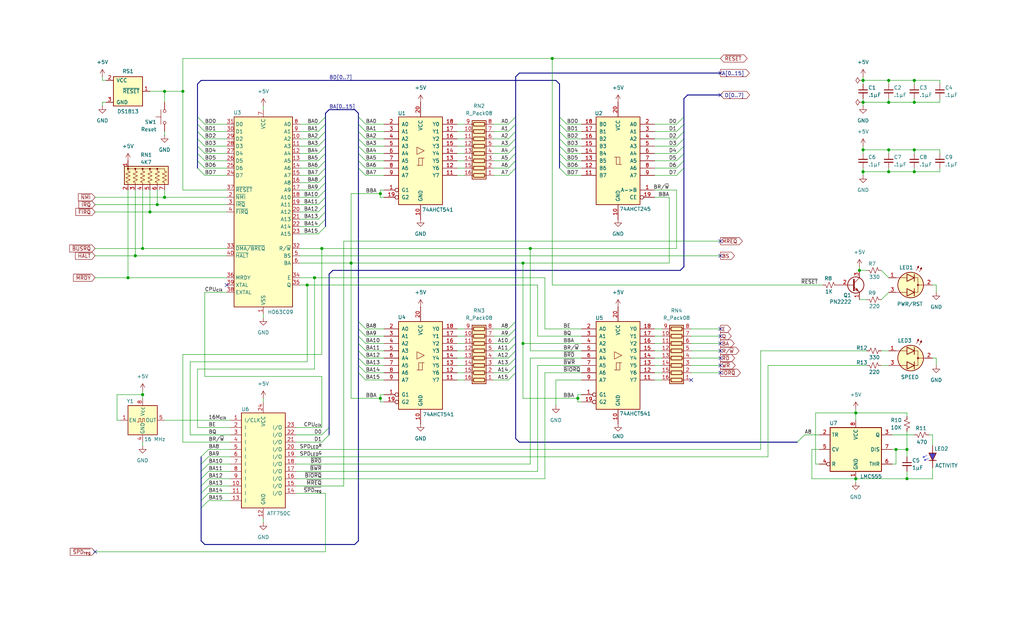
<source format=kicad_sch>
(kicad_sch (version 20231120) (generator "eeschema") (generator_version "8.0")
  (paper "USLegal")
  (title_block (title "CPU, clock, reset, and buffers") (date "2025-03-01") (rev "2.0") (company "Frédéric \"MicroHobbyist\" Segard") (comment 1 "https://microhobbyist.com/"))
  (junction (at 46.99 88.9))
  (junction (at 297.18 166.37))
  (junction (at 314.96 156.21))
  (junction (at 106.68 99.06))
  (junction (at 49.53 137.16))
  (junction (at 314.96 166.37))
  (junction (at 132.08 138.43))
  (junction (at 111.76 86.36))
  (junction (at 298.45 93.98))
  (junction (at 49.53 86.36))
  (junction (at 299.72 59.69))
  (junction (at 299.72 52.07))
  (junction (at 121.92 91.44))
  (junction (at 52.07 73.66))
  (junction (at 181.61 91.44))
  (junction (at 308.61 59.69))
  (junction (at 317.5 35.56))
  (junction (at 311.15 156.21))
  (junction (at 200.66 138.43))
  (junction (at 299.72 27.94))
  (junction (at 308.61 35.56))
  (junction (at 109.22 96.52))
  (junction (at 308.61 27.94))
  (junction (at 63.5 31.75))
  (junction (at 317.5 27.94))
  (junction (at 57.15 68.58))
  (junction (at 54.61 71.12))
  (junction (at 297.18 143.51))
  (junction (at 317.5 52.07))
  (junction (at 191.77 20.32))
  (junction (at 44.45 96.52))
  (junction (at 57.15 31.75))
  (junction (at 132.08 67.31))
  (junction (at 299.72 35.56))
  (junction (at 308.61 52.07))
  (junction (at 181.61 119.38))
  (junction (at 317.5 59.69))
  (junction (at 184.15 86.36))
  (no_connect (at 250.19 124.46))
  (no_connect (at 78.74 99.06))
  (no_connect (at 33.02 191.77))
  (no_connect (at 250.19 83.82))
  (no_connect (at 250.19 119.38))
  (no_connect (at 250.19 25.4))
  (no_connect (at 240.03 132.08))
  (no_connect (at 250.19 88.9))
  (no_connect (at 250.19 114.3))
  (no_connect (at 250.19 127))
  (no_connect (at 250.19 129.54))
  (no_connect (at 250.19 116.84))
  (no_connect (at 250.19 33.02))
  (no_connect (at 250.19 121.92))
  (bus_entry (at 69.85 163.83) (size 2.54 -2.54))
  (bus_entry (at 111.76 151.13) (size 2.54 -2.54))
  (bus_entry (at 127 127) (size -2.54 -2.54))
  (bus_entry (at 68.58 43.18) (size 2.54 2.54))
  (bus_entry (at 176.53 50.8) (size 2.54 -2.54))
  (bus_entry (at 194.31 48.26) (size 2.54 2.54))
  (bus_entry (at 127 45.72) (size -2.54 -2.54))
  (bus_entry (at 176.53 121.92) (size 2.54 -2.54))
  (bus_entry (at 69.85 171.45) (size 2.54 -2.54))
  (bus_entry (at 176.53 43.18) (size 2.54 -2.54))
  (bus_entry (at 176.53 127) (size 2.54 -2.54))
  (bus_entry (at 127 119.38) (size -2.54 -2.54))
  (bus_entry (at 127 121.92) (size -2.54 -2.54))
  (bus_entry (at 110.49 50.8) (size 2.54 -2.54))
  (bus_entry (at 69.85 161.29) (size 2.54 -2.54))
  (bus_entry (at 68.58 50.8) (size 2.54 2.54))
  (bus_entry (at 194.31 40.64) (size 2.54 2.54))
  (bus_entry (at 110.49 48.26) (size 2.54 -2.54))
  (bus_entry (at 68.58 58.42) (size 2.54 2.54))
  (bus_entry (at 68.58 48.26) (size 2.54 2.54))
  (bus_entry (at 110.49 45.72) (size 2.54 -2.54))
  (bus_entry (at 176.53 48.26) (size 2.54 -2.54))
  (bus_entry (at 127 53.34) (size -2.54 -2.54))
  (bus_entry (at 110.49 76.2) (size 2.54 -2.54))
  (bus_entry (at 176.53 60.96) (size 2.54 -2.54))
  (bus_entry (at 69.85 168.91) (size 2.54 -2.54))
  (bus_entry (at 194.31 43.18) (size 2.54 2.54))
  (bus_entry (at 127 114.3) (size -2.54 -2.54))
  (bus_entry (at 194.31 55.88) (size 2.54 2.54))
  (bus_entry (at 110.49 71.12) (size 2.54 -2.54))
  (bus_entry (at 176.53 55.88) (size 2.54 -2.54))
  (bus_entry (at 194.31 53.34) (size 2.54 2.54))
  (bus_entry (at 127 60.96) (size -2.54 -2.54))
  (bus_entry (at 176.53 124.46) (size 2.54 -2.54))
  (bus_entry (at 176.53 132.08) (size 2.54 -2.54))
  (bus_entry (at 110.49 78.74) (size 2.54 -2.54))
  (bus_entry (at 68.58 45.72) (size 2.54 2.54))
  (bus_entry (at 127 132.08) (size -2.54 -2.54))
  (bus_entry (at 276.86 153.67) (size 2.54 -2.54))
  (bus_entry (at 237.49 53.34) (size -2.54 2.54))
  (bus_entry (at 69.85 176.53) (size 2.54 -2.54))
  (bus_entry (at 68.58 40.64) (size 2.54 2.54))
  (bus_entry (at 127 43.18) (size -2.54 -2.54))
  (bus_entry (at 69.85 173.99) (size 2.54 -2.54))
  (bus_entry (at 69.85 158.75) (size 2.54 -2.54))
  (bus_entry (at 176.53 119.38) (size 2.54 -2.54))
  (bus_entry (at 110.49 66.04) (size 2.54 -2.54))
  (bus_entry (at 127 50.8) (size -2.54 -2.54))
  (bus_entry (at 110.49 58.42) (size 2.54 -2.54))
  (bus_entry (at 237.49 55.88) (size -2.54 2.54))
  (bus_entry (at 110.49 81.28) (size 2.54 -2.54))
  (bus_entry (at 68.58 55.88) (size 2.54 2.54))
  (bus_entry (at 176.53 114.3) (size 2.54 -2.54))
  (bus_entry (at 110.49 60.96) (size 2.54 -2.54))
  (bus_entry (at 127 55.88) (size -2.54 -2.54))
  (bus_entry (at 127 129.54) (size -2.54 -2.54))
  (bus_entry (at 127 58.42) (size -2.54 -2.54))
  (bus_entry (at 110.49 73.66) (size 2.54 -2.54))
  (bus_entry (at 110.49 53.34) (size 2.54 -2.54))
  (bus_entry (at 237.49 40.64) (size -2.54 2.54))
  (bus_entry (at 176.53 116.84) (size 2.54 -2.54))
  (bus_entry (at 176.53 53.34) (size 2.54 -2.54))
  (bus_entry (at 176.53 58.42) (size 2.54 -2.54))
  (bus_entry (at 176.53 45.72) (size 2.54 -2.54))
  (bus_entry (at 237.49 48.26) (size -2.54 2.54))
  (bus_entry (at 68.58 53.34) (size 2.54 2.54))
  (bus_entry (at 110.49 55.88) (size 2.54 -2.54))
  (bus_entry (at 110.49 43.18) (size 2.54 -2.54))
  (bus_entry (at 237.49 45.72) (size -2.54 2.54))
  (bus_entry (at 127 124.46) (size -2.54 -2.54))
  (bus_entry (at 194.31 45.72) (size 2.54 2.54))
  (bus_entry (at 237.49 58.42) (size -2.54 2.54))
  (bus_entry (at 69.85 166.37) (size 2.54 -2.54))
  (bus_entry (at 237.49 43.18) (size -2.54 2.54))
  (bus_entry (at 111.76 153.67) (size 2.54 -2.54))
  (bus_entry (at 194.31 58.42) (size 2.54 2.54))
  (bus_entry (at 127 48.26) (size -2.54 -2.54))
  (bus_entry (at 194.31 50.8) (size 2.54 2.54))
  (bus_entry (at 110.49 68.58) (size 2.54 -2.54))
  (bus_entry (at 127 116.84) (size -2.54 -2.54))
  (bus_entry (at 237.49 50.8) (size -2.54 2.54))
  (bus_entry (at 176.53 129.54) (size 2.54 -2.54))
  (bus_entry (at 110.49 63.5) (size 2.54 -2.54))
  (wire (pts (xy 33.02 73.66) (xy 52.07 73.66)))
  (wire (pts (xy 133.35 132.08) (xy 127 132.08)))
  (wire (pts (xy 102.87 156.21) (xy 264.16 156.21)))
  (wire (pts (xy 33.02 68.58) (xy 57.15 68.58)))
  (bus (pts (xy 113.03 48.26) (xy 113.03 45.72)))
  (wire (pts (xy 281.94 166.37) (xy 297.18 166.37)))
  (wire (pts (xy 299.72 59.69) (xy 308.61 59.69)))
  (bus (pts (xy 124.46 39.37) (xy 123.19 38.1)))
  (bus (pts (xy 113.03 45.72) (xy 113.03 43.18)))
  (bus (pts (xy 124.46 48.26) (xy 124.46 45.72)))
  (bus (pts (xy 179.07 53.34) (xy 179.07 55.88)))
  (wire (pts (xy 227.33 119.38) (xy 229.87 119.38)))
  (wire (pts (xy 299.72 52.07) (xy 308.61 52.07)))
  (wire (pts (xy 240.03 127) (xy 250.19 127)))
  (wire (pts (xy 317.5 35.56) (xy 326.39 35.56)))
  (wire (pts (xy 299.72 26.67) (xy 299.72 27.94)))
  (wire (pts (xy 283.21 161.29) (xy 284.48 161.29)))
  (wire (pts (xy 132.08 66.04) (xy 133.35 66.04)))
  (wire (pts (xy 49.53 137.16) (xy 49.53 138.43)))
  (wire (pts (xy 40.64 146.05) (xy 41.91 146.05)))
  (bus (pts (xy 69.85 176.53) (xy 69.85 187.96)))
  (wire (pts (xy 171.45 116.84) (xy 176.53 116.84)))
  (wire (pts (xy 102.87 161.29) (xy 184.15 161.29)))
  (wire (pts (xy 66.04 125.73) (xy 106.68 125.73)))
  (bus (pts (xy 237.49 43.18) (xy 237.49 45.72)))
  (wire (pts (xy 71.12 43.18) (xy 78.74 43.18)))
  (wire (pts (xy 72.39 166.37) (xy 80.01 166.37)))
  (wire (pts (xy 158.75 48.26) (xy 161.29 48.26)))
  (wire (pts (xy 309.88 151.13) (xy 317.5 151.13)))
  (wire (pts (xy 102.87 168.91) (xy 119.38 168.91)))
  (wire (pts (xy 72.39 161.29) (xy 80.01 161.29)))
  (wire (pts (xy 133.35 116.84) (xy 127 116.84)))
  (wire (pts (xy 227.33 129.54) (xy 229.87 129.54)))
  (bus (pts (xy 68.58 40.64) (xy 68.58 29.21)))
  (wire (pts (xy 121.92 67.31) (xy 121.92 91.44)))
  (wire (pts (xy 323.85 124.46) (xy 325.12 124.46)))
  (wire (pts (xy 158.75 121.92) (xy 161.29 121.92)))
  (wire (pts (xy 283.21 143.51) (xy 297.18 143.51)))
  (bus (pts (xy 113.03 78.74) (xy 113.03 76.2)))
  (wire (pts (xy 227.33 121.92) (xy 229.87 121.92)))
  (wire (pts (xy 171.45 114.3) (xy 176.53 114.3)))
  (wire (pts (xy 299.72 27.94) (xy 308.61 27.94)))
  (bus (pts (xy 180.34 153.67) (xy 276.86 153.67)))
  (wire (pts (xy 297.18 143.51) (xy 314.96 143.51)))
  (wire (pts (xy 102.87 153.67) (xy 111.76 153.67)))
  (wire (pts (xy 71.12 50.8) (xy 78.74 50.8)))
  (bus (pts (xy 113.03 68.58) (xy 113.03 66.04)))
  (wire (pts (xy 200.66 137.16) (xy 201.93 137.16)))
  (bus (pts (xy 124.46 116.84) (xy 124.46 114.3)))
  (bus (pts (xy 69.85 166.37) (xy 69.85 168.91)))
  (bus (pts (xy 113.03 76.2) (xy 113.03 73.66)))
  (wire (pts (xy 33.02 71.12) (xy 54.61 71.12)))
  (wire (pts (xy 308.61 27.94) (xy 308.61 29.21)))
  (wire (pts (xy 132.08 137.16) (xy 132.08 138.43)))
  (wire (pts (xy 104.14 76.2) (xy 110.49 76.2)))
  (wire (pts (xy 240.03 114.3) (xy 250.19 114.3)))
  (wire (pts (xy 264.16 121.92) (xy 264.16 156.21)))
  (wire (pts (xy 71.12 48.26) (xy 78.74 48.26)))
  (bus (pts (xy 194.31 48.26) (xy 194.31 45.72)))
  (wire (pts (xy 184.15 86.36) (xy 234.95 86.36)))
  (wire (pts (xy 44.45 66.04) (xy 44.45 96.52)))
  (wire (pts (xy 299.72 34.29) (xy 299.72 35.56)))
  (wire (pts (xy 121.92 138.43) (xy 132.08 138.43)))
  (wire (pts (xy 326.39 34.29) (xy 326.39 35.56)))
  (bus (pts (xy 180.34 153.67) (xy 179.07 152.4)))
  (wire (pts (xy 227.33 58.42) (xy 234.95 58.42)))
  (wire (pts (xy 186.69 99.06) (xy 186.69 116.84)))
  (wire (pts (xy 133.35 60.96) (xy 127 60.96)))
  (bus (pts (xy 124.46 58.42) (xy 124.46 55.88)))
  (wire (pts (xy 104.14 58.42) (xy 110.49 58.42)))
  (wire (pts (xy 35.56 26.67) (xy 35.56 27.94)))
  (bus (pts (xy 113.03 39.37) (xy 114.3 38.1)))
  (wire (pts (xy 71.12 60.96) (xy 78.74 60.96)))
  (bus (pts (xy 124.46 53.34) (xy 124.46 50.8)))
  (bus (pts (xy 194.31 58.42) (xy 194.31 55.88)))
  (bus (pts (xy 68.58 48.26) (xy 68.58 45.72)))
  (bus (pts (xy 179.07 111.76) (xy 179.07 114.3)))
  (wire (pts (xy 326.39 27.94) (xy 326.39 29.21)))
  (wire (pts (xy 308.61 52.07) (xy 308.61 53.34)))
  (wire (pts (xy 104.14 50.8) (xy 110.49 50.8)))
  (wire (pts (xy 227.33 66.04) (xy 234.95 66.04)))
  (wire (pts (xy 171.45 127) (xy 176.53 127)))
  (wire (pts (xy 102.87 151.13) (xy 111.76 151.13)))
  (wire (pts (xy 227.33 124.46) (xy 229.87 124.46)))
  (wire (pts (xy 72.39 168.91) (xy 80.01 168.91)))
  (bus (pts (xy 194.31 50.8) (xy 194.31 48.26)))
  (bus (pts (xy 237.49 48.26) (xy 237.49 50.8)))
  (wire (pts (xy 133.35 53.34) (xy 127 53.34)))
  (bus (pts (xy 237.49 53.34) (xy 237.49 55.88)))
  (wire (pts (xy 317.5 59.69) (xy 326.39 59.69)))
  (wire (pts (xy 196.85 43.18) (xy 201.93 43.18)))
  (wire (pts (xy 102.87 158.75) (xy 266.7 158.75)))
  (wire (pts (xy 184.15 86.36) (xy 184.15 121.92)))
  (bus (pts (xy 124.46 129.54) (xy 124.46 187.96)))
  (bus (pts (xy 69.85 27.94) (xy 193.04 27.94)))
  (wire (pts (xy 119.38 83.82) (xy 250.19 83.82)))
  (bus (pts (xy 124.46 45.72) (xy 124.46 43.18)))
  (wire (pts (xy 158.75 58.42) (xy 161.29 58.42)))
  (wire (pts (xy 132.08 66.04) (xy 132.08 67.31)))
  (wire (pts (xy 240.03 124.46) (xy 250.19 124.46)))
  (wire (pts (xy 193.04 132.08) (xy 193.04 140.97)))
  (wire (pts (xy 227.33 48.26) (xy 234.95 48.26)))
  (wire (pts (xy 40.64 137.16) (xy 49.53 137.16)))
  (wire (pts (xy 189.23 114.3) (xy 201.93 114.3)))
  (bus (pts (xy 194.31 29.21) (xy 193.04 27.94)))
  (wire (pts (xy 196.85 45.72) (xy 201.93 45.72)))
  (wire (pts (xy 104.14 43.18) (xy 110.49 43.18)))
  (wire (pts (xy 71.12 55.88) (xy 78.74 55.88)))
  (wire (pts (xy 299.72 59.69) (xy 299.72 60.96)))
  (bus (pts (xy 194.31 43.18) (xy 194.31 40.64)))
  (wire (pts (xy 57.15 45.72) (xy 57.15 46.99)))
  (wire (pts (xy 35.56 35.56) (xy 35.56 36.83)))
  (wire (pts (xy 186.69 127) (xy 186.69 163.83)))
  (bus (pts (xy 68.58 53.34) (xy 68.58 50.8)))
  (wire (pts (xy 133.35 129.54) (xy 127 129.54)))
  (bus (pts (xy 179.07 48.26) (xy 179.07 50.8)))
  (bus (pts (xy 124.46 121.92) (xy 124.46 119.38)))
  (bus (pts (xy 124.46 39.37) (xy 124.46 40.64)))
  (wire (pts (xy 306.07 121.92) (xy 308.61 121.92)))
  (wire (pts (xy 68.58 128.27) (xy 68.58 148.59)))
  (bus (pts (xy 236.22 93.98) (xy 115.57 93.98)))
  (wire (pts (xy 309.88 161.29) (xy 311.15 161.29)))
  (wire (pts (xy 189.23 96.52) (xy 189.23 114.3)))
  (wire (pts (xy 186.69 116.84) (xy 201.93 116.84)))
  (wire (pts (xy 308.61 101.6) (xy 306.07 104.14)))
  (wire (pts (xy 200.66 138.43) (xy 200.66 139.7)))
  (wire (pts (xy 181.61 91.44) (xy 232.41 91.44)))
  (wire (pts (xy 102.87 148.59) (xy 111.76 148.59)))
  (wire (pts (xy 49.53 66.04) (xy 49.53 86.36)))
  (wire (pts (xy 158.75 43.18) (xy 161.29 43.18)))
  (wire (pts (xy 308.61 27.94) (xy 317.5 27.94)))
  (wire (pts (xy 171.45 50.8) (xy 176.53 50.8)))
  (wire (pts (xy 308.61 58.42) (xy 308.61 59.69)))
  (bus (pts (xy 179.07 124.46) (xy 179.07 127)))
  (bus (pts (xy 68.58 58.42) (xy 68.58 55.88)))
  (wire (pts (xy 314.96 166.37) (xy 323.85 166.37)))
  (bus (pts (xy 113.03 60.96) (xy 113.03 58.42)))
  (bus (pts (xy 179.07 129.54) (xy 179.07 152.4)))
  (wire (pts (xy 196.85 58.42) (xy 201.93 58.42)))
  (wire (pts (xy 227.33 116.84) (xy 229.87 116.84)))
  (bus (pts (xy 179.07 121.92) (xy 179.07 124.46)))
  (wire (pts (xy 35.56 35.56) (xy 36.83 35.56)))
  (wire (pts (xy 33.02 191.77) (xy 113.03 191.77)))
  (wire (pts (xy 193.04 132.08) (xy 201.93 132.08)))
  (wire (pts (xy 132.08 139.7) (xy 133.35 139.7)))
  (wire (pts (xy 196.85 55.88) (xy 201.93 55.88)))
  (wire (pts (xy 196.85 53.34) (xy 201.93 53.34)))
  (wire (pts (xy 181.61 119.38) (xy 201.93 119.38)))
  (wire (pts (xy 133.35 124.46) (xy 127 124.46)))
  (wire (pts (xy 109.22 96.52) (xy 109.22 128.27)))
  (wire (pts (xy 91.44 110.49) (xy 91.44 109.22)))
  (wire (pts (xy 44.45 96.52) (xy 78.74 96.52)))
  (wire (pts (xy 299.72 27.94) (xy 299.72 29.21)))
  (wire (pts (xy 171.45 119.38) (xy 176.53 119.38)))
  (wire (pts (xy 91.44 138.43) (xy 91.44 139.7)))
  (wire (pts (xy 63.5 31.75) (xy 63.5 66.04)))
  (wire (pts (xy 102.87 171.45) (xy 113.03 171.45)))
  (wire (pts (xy 33.02 96.52) (xy 44.45 96.52)))
  (wire (pts (xy 171.45 60.96) (xy 176.53 60.96)))
  (wire (pts (xy 171.45 124.46) (xy 176.53 124.46)))
  (wire (pts (xy 72.39 173.99) (xy 80.01 173.99)))
  (wire (pts (xy 104.14 53.34) (xy 110.49 53.34)))
  (bus (pts (xy 115.57 93.98) (xy 114.3 95.25)))
  (bus (pts (xy 113.03 50.8) (xy 113.03 48.26)))
  (wire (pts (xy 91.44 181.61) (xy 91.44 180.34)))
  (wire (pts (xy 306.07 127) (xy 308.61 127)))
  (wire (pts (xy 158.75 60.96) (xy 161.29 60.96)))
  (wire (pts (xy 191.77 20.32) (xy 191.77 99.06)))
  (wire (pts (xy 71.12 130.81) (xy 111.76 130.81)))
  (wire (pts (xy 227.33 55.88) (xy 234.95 55.88)))
  (wire (pts (xy 104.14 88.9) (xy 250.19 88.9)))
  (wire (pts (xy 68.58 148.59) (xy 80.01 148.59)))
  (bus (pts (xy 69.85 168.91) (xy 69.85 171.45)))
  (wire (pts (xy 71.12 58.42) (xy 78.74 58.42)))
  (wire (pts (xy 264.16 121.92) (xy 300.99 121.92)))
  (wire (pts (xy 283.21 143.51) (xy 283.21 161.29)))
  (wire (pts (xy 317.5 52.07) (xy 326.39 52.07)))
  (wire (pts (xy 200.66 137.16) (xy 200.66 138.43)))
  (wire (pts (xy 297.18 166.37) (xy 297.18 167.64)))
  (wire (pts (xy 46.99 66.04) (xy 46.99 88.9)))
  (wire (pts (xy 227.33 50.8) (xy 234.95 50.8)))
  (bus (pts (xy 69.85 187.96) (xy 71.12 189.23)))
  (bus (pts (xy 179.07 116.84) (xy 179.07 119.38)))
  (wire (pts (xy 191.77 99.06) (xy 285.75 99.06)))
  (wire (pts (xy 104.14 63.5) (xy 110.49 63.5)))
  (wire (pts (xy 132.08 137.16) (xy 133.35 137.16)))
  (wire (pts (xy 326.39 52.07) (xy 326.39 53.34)))
  (wire (pts (xy 57.15 31.75) (xy 57.15 35.56)))
  (bus (pts (xy 113.03 55.88) (xy 113.03 53.34)))
  (wire (pts (xy 171.45 121.92) (xy 176.53 121.92)))
  (wire (pts (xy 57.15 31.75) (xy 63.5 31.75)))
  (wire (pts (xy 171.45 45.72) (xy 176.53 45.72)))
  (wire (pts (xy 186.69 127) (xy 201.93 127)))
  (wire (pts (xy 298.45 92.71) (xy 298.45 93.98)))
  (bus (pts (xy 69.85 161.29) (xy 69.85 163.83)))
  (bus (pts (xy 179.07 127) (xy 179.07 129.54)))
  (bus (pts (xy 114.3 95.25) (xy 114.3 148.59)))
  (wire (pts (xy 49.53 154.94) (xy 49.53 153.67)))
  (bus (pts (xy 179.07 114.3) (xy 179.07 116.84)))
  (wire (pts (xy 227.33 132.08) (xy 229.87 132.08)))
  (bus (pts (xy 124.46 58.42) (xy 124.46 111.76)))
  (wire (pts (xy 314.96 149.86) (xy 314.96 156.21)))
  (wire (pts (xy 266.7 127) (xy 300.99 127)))
  (wire (pts (xy 158.75 55.88) (xy 161.29 55.88)))
  (bus (pts (xy 237.49 45.72) (xy 237.49 48.26)))
  (wire (pts (xy 104.14 66.04) (xy 110.49 66.04)))
  (bus (pts (xy 124.46 55.88) (xy 124.46 53.34)))
  (wire (pts (xy 57.15 66.04) (xy 57.15 68.58)))
  (wire (pts (xy 240.03 119.38) (xy 250.19 119.38)))
  (wire (pts (xy 104.14 45.72) (xy 110.49 45.72)))
  (bus (pts (xy 124.46 127) (xy 124.46 124.46)))
  (wire (pts (xy 196.85 50.8) (xy 201.93 50.8)))
  (wire (pts (xy 317.5 27.94) (xy 326.39 27.94)))
  (wire (pts (xy 298.45 104.14) (xy 300.99 104.14)))
  (bus (pts (xy 113.03 66.04) (xy 113.03 63.5)))
  (wire (pts (xy 317.5 27.94) (xy 317.5 29.21)))
  (bus (pts (xy 68.58 55.88) (xy 68.58 53.34)))
  (wire (pts (xy 133.35 55.88) (xy 127 55.88)))
  (bus (pts (xy 114.3 38.1) (xy 123.19 38.1)))
  (wire (pts (xy 227.33 43.18) (xy 234.95 43.18)))
  (wire (pts (xy 171.45 55.88) (xy 176.53 55.88)))
  (bus (pts (xy 113.03 58.42) (xy 113.03 55.88)))
  (wire (pts (xy 317.5 58.42) (xy 317.5 59.69)))
  (wire (pts (xy 68.58 128.27) (xy 109.22 128.27)))
  (wire (pts (xy 72.39 163.83) (xy 80.01 163.83)))
  (wire (pts (xy 317.5 34.29) (xy 317.5 35.56)))
  (wire (pts (xy 227.33 127) (xy 229.87 127)))
  (wire (pts (xy 299.72 58.42) (xy 299.72 59.69)))
  (wire (pts (xy 102.87 163.83) (xy 186.69 163.83)))
  (wire (pts (xy 132.08 67.31) (xy 132.08 68.58)))
  (wire (pts (xy 323.85 162.56) (xy 323.85 166.37)))
  (wire (pts (xy 121.92 67.31) (xy 132.08 67.31)))
  (bus (pts (xy 113.03 71.12) (xy 113.03 68.58)))
  (wire (pts (xy 66.04 125.73) (xy 66.04 151.13)))
  (wire (pts (xy 121.92 91.44) (xy 181.61 91.44)))
  (bus (pts (xy 69.85 171.45) (xy 69.85 173.99)))
  (bus (pts (xy 68.58 50.8) (xy 68.58 48.26)))
  (wire (pts (xy 227.33 45.72) (xy 234.95 45.72)))
  (wire (pts (xy 121.92 91.44) (xy 121.92 138.43)))
  (bus (pts (xy 237.49 34.29) (xy 238.76 33.02)))
  (wire (pts (xy 308.61 52.07) (xy 317.5 52.07)))
  (wire (pts (xy 133.35 58.42) (xy 127 58.42)))
  (bus (pts (xy 180.34 25.4) (xy 250.19 25.4)))
  (wire (pts (xy 266.7 127) (xy 266.7 158.75)))
  (bus (pts (xy 237.49 34.29) (xy 237.49 40.64)))
  (wire (pts (xy 232.41 68.58) (xy 232.41 91.44)))
  (bus (pts (xy 237.49 55.88) (xy 237.49 58.42)))
  (wire (pts (xy 171.45 132.08) (xy 176.53 132.08)))
  (wire (pts (xy 308.61 59.69) (xy 317.5 59.69)))
  (wire (pts (xy 104.14 81.28) (xy 110.49 81.28)))
  (bus (pts (xy 71.12 189.23) (xy 123.19 189.23)))
  (bus (pts (xy 69.85 158.75) (xy 69.85 161.29)))
  (wire (pts (xy 111.76 130.81) (xy 111.76 148.59)))
  (wire (pts (xy 54.61 71.12) (xy 78.74 71.12)))
  (wire (pts (xy 189.23 129.54) (xy 201.93 129.54)))
  (wire (pts (xy 325.12 124.46) (xy 325.12 127)))
  (wire (pts (xy 227.33 114.3) (xy 229.87 114.3)))
  (wire (pts (xy 181.61 119.38) (xy 181.61 138.43)))
  (wire (pts (xy 133.35 114.3) (xy 127 114.3)))
  (bus (pts (xy 113.03 63.5) (xy 113.03 60.96)))
  (wire (pts (xy 299.72 35.56) (xy 299.72 36.83)))
  (wire (pts (xy 240.03 116.84) (xy 250.19 116.84)))
  (wire (pts (xy 196.85 60.96) (xy 201.93 60.96)))
  (wire (pts (xy 158.75 114.3) (xy 161.29 114.3)))
  (wire (pts (xy 104.14 48.26) (xy 110.49 48.26)))
  (wire (pts (xy 71.12 101.6) (xy 78.74 101.6)))
  (wire (pts (xy 133.35 43.18) (xy 127 43.18)))
  (wire (pts (xy 200.66 139.7) (xy 201.93 139.7)))
  (wire (pts (xy 171.45 53.34) (xy 176.53 53.34)))
  (bus (pts (xy 179.07 119.38) (xy 179.07 121.92)))
  (wire (pts (xy 314.96 156.21) (xy 314.96 158.75)))
  (wire (pts (xy 104.14 68.58) (xy 110.49 68.58)))
  (wire (pts (xy 196.85 48.26) (xy 201.93 48.26)))
  (wire (pts (xy 63.5 20.32) (xy 63.5 31.75)))
  (wire (pts (xy 311.15 156.21) (xy 311.15 161.29)))
  (wire (pts (xy 106.68 99.06) (xy 106.68 125.73)))
  (bus (pts (xy 124.46 119.38) (xy 124.46 116.84)))
  (wire (pts (xy 308.61 35.56) (xy 317.5 35.56)))
  (wire (pts (xy 158.75 132.08) (xy 161.29 132.08)))
  (wire (pts (xy 104.14 99.06) (xy 106.68 99.06)))
  (wire (pts (xy 227.33 60.96) (xy 234.95 60.96)))
  (wire (pts (xy 298.45 93.98) (xy 300.99 93.98)))
  (wire (pts (xy 158.75 119.38) (xy 161.29 119.38)))
  (bus (pts (xy 113.03 53.34) (xy 113.03 50.8)))
  (wire (pts (xy 33.02 88.9) (xy 46.99 88.9)))
  (wire (pts (xy 299.72 52.07) (xy 299.72 53.34)))
  (bus (pts (xy 124.46 114.3) (xy 124.46 111.76)))
  (bus (pts (xy 68.58 43.18) (xy 68.58 40.64)))
  (wire (pts (xy 240.03 121.92) (xy 250.19 121.92)))
  (wire (pts (xy 299.72 35.56) (xy 308.61 35.56)))
  (wire (pts (xy 314.96 143.51) (xy 314.96 144.78)))
  (wire (pts (xy 314.96 163.83) (xy 314.96 166.37)))
  (bus (pts (xy 123.19 189.23) (xy 124.46 187.96)))
  (wire (pts (xy 49.53 135.89) (xy 49.53 137.16)))
  (wire (pts (xy 54.61 66.04) (xy 54.61 71.12)))
  (bus (pts (xy 237.49 40.64) (xy 237.49 43.18)))
  (wire (pts (xy 309.88 156.21) (xy 311.15 156.21)))
  (bus (pts (xy 69.85 163.83) (xy 69.85 166.37)))
  (wire (pts (xy 133.35 119.38) (xy 127 119.38)))
  (wire (pts (xy 158.75 45.72) (xy 161.29 45.72)))
  (wire (pts (xy 102.87 166.37) (xy 189.23 166.37)))
  (wire (pts (xy 323.85 151.13) (xy 323.85 154.94)))
  (wire (pts (xy 63.5 123.19) (xy 111.76 123.19)))
  (wire (pts (xy 171.45 48.26) (xy 176.53 48.26)))
  (wire (pts (xy 281.94 156.21) (xy 281.94 166.37)))
  (wire (pts (xy 311.15 156.21) (xy 314.96 156.21)))
  (wire (pts (xy 299.72 50.8) (xy 299.72 52.07)))
  (wire (pts (xy 71.12 53.34) (xy 78.74 53.34)))
  (wire (pts (xy 133.35 48.26) (xy 127 48.26)))
  (bus (pts (xy 194.31 29.21) (xy 194.31 40.64)))
  (wire (pts (xy 227.33 53.34) (xy 234.95 53.34)))
  (wire (pts (xy 104.14 86.36) (xy 111.76 86.36)))
  (bus (pts (xy 68.58 29.21) (xy 69.85 27.94)))
  (bus (pts (xy 124.46 124.46) (xy 124.46 121.92)))
  (bus (pts (xy 237.49 50.8) (xy 237.49 53.34)))
  (bus (pts (xy 179.07 40.64) (xy 179.07 43.18)))
  (wire (pts (xy 113.03 171.45) (xy 113.03 191.77)))
  (wire (pts (xy 184.15 124.46) (xy 201.93 124.46)))
  (bus (pts (xy 237.49 58.42) (xy 237.49 92.71)))
  (wire (pts (xy 72.39 171.45) (xy 80.01 171.45)))
  (wire (pts (xy 323.85 99.06) (xy 325.12 99.06)))
  (bus (pts (xy 124.46 43.18) (xy 124.46 40.64)))
  (wire (pts (xy 281.94 156.21) (xy 284.48 156.21)))
  (bus (pts (xy 194.31 55.88) (xy 194.31 53.34)))
  (wire (pts (xy 57.15 146.05) (xy 80.01 146.05)))
  (wire (pts (xy 91.44 36.83) (xy 91.44 38.1)))
  (wire (pts (xy 63.5 66.04) (xy 78.74 66.04)))
  (wire (pts (xy 106.68 99.06) (xy 186.69 99.06)))
  (wire (pts (xy 109.22 96.52) (xy 189.23 96.52)))
  (bus (pts (xy 179.07 26.67) (xy 180.34 25.4)))
  (wire (pts (xy 104.14 91.44) (xy 121.92 91.44)))
  (wire (pts (xy 133.35 127) (xy 127 127)))
  (wire (pts (xy 191.77 20.32) (xy 250.19 20.32)))
  (bus (pts (xy 179.07 55.88) (xy 179.07 58.42)))
  (wire (pts (xy 133.35 121.92) (xy 127 121.92)))
  (wire (pts (xy 57.15 68.58) (xy 78.74 68.58)))
  (wire (pts (xy 171.45 43.18) (xy 176.53 43.18)))
  (wire (pts (xy 71.12 101.6) (xy 71.12 130.81)))
  (wire (pts (xy 184.15 124.46) (xy 184.15 161.29)))
  (wire (pts (xy 325.12 99.06) (xy 325.12 101.6)))
  (wire (pts (xy 133.35 50.8) (xy 127 50.8)))
  (bus (pts (xy 124.46 50.8) (xy 124.46 48.26)))
  (bus (pts (xy 68.58 45.72) (xy 68.58 43.18)))
  (bus (pts (xy 179.07 45.72) (xy 179.07 48.26)))
  (wire (pts (xy 119.38 83.82) (xy 119.38 168.91)))
  (bus (pts (xy 113.03 43.18) (xy 113.03 40.64)))
  (wire (pts (xy 104.14 60.96) (xy 110.49 60.96)))
  (bus (pts (xy 179.07 43.18) (xy 179.07 45.72)))
  (wire (pts (xy 322.58 151.13) (xy 323.85 151.13)))
  (wire (pts (xy 308.61 96.52) (xy 306.07 93.98)))
  (wire (pts (xy 49.53 86.36) (xy 78.74 86.36)))
  (wire (pts (xy 104.14 55.88) (xy 110.49 55.88)))
  (wire (pts (xy 63.5 20.32) (xy 191.77 20.32)))
  (wire (pts (xy 72.39 156.21) (xy 80.01 156.21)))
  (bus (pts (xy 238.76 33.02) (xy 250.19 33.02)))
  (wire (pts (xy 189.23 129.54) (xy 189.23 166.37)))
  (wire (pts (xy 132.08 68.58) (xy 133.35 68.58)))
  (wire (pts (xy 181.61 138.43) (xy 200.66 138.43)))
  (wire (pts (xy 63.5 123.19) (xy 63.5 153.67)))
  (wire (pts (xy 308.61 34.29) (xy 308.61 35.56)))
  (wire (pts (xy 279.4 151.13) (xy 284.48 151.13)))
  (wire (pts (xy 158.75 129.54) (xy 161.29 129.54)))
  (wire (pts (xy 240.03 129.54) (xy 250.19 129.54)))
  (wire (pts (xy 71.12 45.72) (xy 78.74 45.72)))
  (wire (pts (xy 234.95 66.04) (xy 234.95 86.36)))
  (bus (pts (xy 113.03 40.64) (xy 113.03 39.37)))
  (wire (pts (xy 66.04 151.13) (xy 80.01 151.13)))
  (bus (pts (xy 237.49 92.71) (xy 236.22 93.98)))
  (wire (pts (xy 63.5 153.67) (xy 80.01 153.67)))
  (wire (pts (xy 158.75 124.46) (xy 161.29 124.46)))
  (bus (pts (xy 69.85 173.99) (xy 69.85 176.53)))
  (wire (pts (xy 104.14 96.52) (xy 109.22 96.52)))
  (wire (pts (xy 158.75 50.8) (xy 161.29 50.8)))
  (wire (pts (xy 40.64 137.16) (xy 40.64 146.05)))
  (bus (pts (xy 124.46 129.54) (xy 124.46 127)))
  (wire (pts (xy 35.56 27.94) (xy 36.83 27.94)))
  (bus (pts (xy 179.07 26.67) (xy 179.07 40.64)))
  (wire (pts (xy 158.75 116.84) (xy 161.29 116.84)))
  (wire (pts (xy 111.76 86.36) (xy 111.76 123.19)))
  (wire (pts (xy 104.14 73.66) (xy 110.49 73.66)))
  (wire (pts (xy 227.33 68.58) (xy 232.41 68.58)))
  (bus (pts (xy 179.07 58.42) (xy 179.07 111.76)))
  (wire (pts (xy 104.14 71.12) (xy 110.49 71.12)))
  (wire (pts (xy 297.18 166.37) (xy 314.96 166.37)))
  (wire (pts (xy 171.45 58.42) (xy 176.53 58.42)))
  (wire (pts (xy 171.45 129.54) (xy 176.53 129.54)))
  (wire (pts (xy 72.39 158.75) (xy 80.01 158.75)))
  (wire (pts (xy 184.15 121.92) (xy 201.93 121.92)))
  (bus (pts (xy 114.3 148.59) (xy 114.3 151.13)))
  (wire (pts (xy 33.02 86.36) (xy 49.53 86.36)))
  (wire (pts (xy 133.35 45.72) (xy 127 45.72)))
  (wire (pts (xy 158.75 53.34) (xy 161.29 53.34)))
  (wire (pts (xy 297.18 143.51) (xy 297.18 146.05)))
  (wire (pts (xy 46.99 88.9) (xy 78.74 88.9)))
  (wire (pts (xy 326.39 58.42) (xy 326.39 59.69)))
  (wire (pts (xy 104.14 78.74) (xy 110.49 78.74)))
  (wire (pts (xy 132.08 138.43) (xy 132.08 139.7)))
  (wire (pts (xy 52.07 31.75) (xy 57.15 31.75)))
  (bus (pts (xy 179.07 50.8) (xy 179.07 53.34)))
  (wire (pts (xy 52.07 73.66) (xy 78.74 73.66)))
  (wire (pts (xy 297.18 142.24) (xy 297.18 143.51)))
  (wire (pts (xy 181.61 91.44) (xy 181.61 119.38)))
  (wire (pts (xy 111.76 86.36) (xy 184.15 86.36)))
  (wire (pts (xy 158.75 127) (xy 161.29 127)))
  (bus (pts (xy 194.31 45.72) (xy 194.31 43.18)))
  (wire (pts (xy 317.5 52.07) (xy 317.5 53.34)))
  (wire (pts (xy 52.07 66.04) (xy 52.07 73.66)))
  (bus (pts (xy 194.31 53.34) (xy 194.31 50.8)))
  (bus (pts (xy 113.03 73.66) (xy 113.03 71.12)))
  (label "BD6" (at 196.85 58.42 0))
  (label "A13" (at 176.53 127 180))
  (label "BA5" (at 127 55.88 0))
  (label "BA15" (at 72.39 173.99 0))
  (label "BA13" (at 72.39 168.91 0))
  (label "BA6" (at 110.49 58.42 180))
  (label "BA15" (at 110.49 81.28 180))
  (label "BBA" (at 127 138.43 0))
  (label "BD2" (at 71.12 48.26 0))
  (label "A8" (at 279.4 151.13 0))
  (label "BR{slash}~{W}" (at 195.58 121.92 0))
  (label "BA4" (at 127 53.34 0))
  (label "D4" (at 234.95 53.34 180))
  (label "BA8" (at 110.49 63.5 180))
  (label "BA2" (at 110.49 48.26 180))
  (label "BA4" (at 110.49 53.34 180))
  (label "D0" (at 234.95 43.18 180))
  (label "D5" (at 234.95 55.88 180))
  (label "BD7" (at 196.85 60.96 0))
  (label "BA9" (at 127 116.84 0))
  (label "BA2" (at 127 48.26 0))
  (label "A15" (at 176.53 132.08 180))
  (label "BD6" (at 71.12 58.42 0))
  (label "BA3" (at 110.49 50.8 180))
  (label "BD3" (at 71.12 50.8 0))
  (label "D1" (at 234.95 45.72 180))
  (label "A7" (at 176.53 60.96 180))
  (label "BA10" (at 72.39 161.29 0))
  (label "~{SPD_{reg}}" (at 111.76 171.45 180))
  (label "A4" (at 176.53 53.34 180))
  (label "~{BRD}" (at 111.76 161.29 180))
  (label "A5" (at 176.53 55.88 180))
  (label "BA[0..15]" (at 114.3 38.1 0))
  (label "BA13" (at 110.49 76.2 180))
  (label "BA14" (at 110.49 78.74 180))
  (label "~{RESET}" (at 278.13 99.06 0))
  (label "BA11" (at 110.49 71.12 180))
  (label "BBA" (at 195.58 119.38 0))
  (label "BA14" (at 72.39 171.45 0))
  (label "A14" (at 176.53 129.54 180))
  (label "BD4" (at 71.12 53.34 0))
  (label "D2" (at 234.95 48.26 180))
  (label "BA12" (at 110.49 73.66 180))
  (label "BD[0..7]" (at 114.3 27.94 0))
  (label "BA9" (at 110.49 66.04 180))
  (label "BA15" (at 127 132.08 0))
  (label "D7" (at 234.95 60.96 180))
  (label "BE" (at 72.39 148.59 0))
  (label "BQ" (at 195.58 116.84 0))
  (label "BA10" (at 110.49 68.58 180))
  (label "BA12" (at 72.39 166.37 0))
  (label "BD5" (at 196.85 55.88 0))
  (label "BA3" (at 127 50.8 0))
  (label "~{BWR}" (at 195.58 127 0))
  (label "BD0" (at 71.12 43.18 0))
  (label "D3" (at 234.95 50.8 180))
  (label "BA10" (at 127 119.38 0))
  (label "A2" (at 176.53 48.26 180))
  (label "BA9" (at 72.39 158.75 0))
  (label "BD4" (at 196.85 53.34 0))
  (label "BQ" (at 72.39 151.13 0))
  (label "A1" (at 176.53 45.72 180))
  (label "BA11" (at 72.39 163.83 0))
  (label "BBA" (at 127 67.31 0))
  (label "A12" (at 176.53 124.46 180))
  (label "~{MREQ}" (at 111.76 168.91 180))
  (label "BA13" (at 127 127 0))
  (label "BD0" (at 196.85 43.18 0))
  (label "BR{slash}~{W}" (at 72.39 153.67 0))
  (label "~{BIORQ}" (at 195.58 129.54 0))
  (label "BE" (at 195.58 114.3 0))
  (label "A3" (at 176.53 50.8 180))
  (label "BA1" (at 127 45.72 0))
  (label "BA1" (at 110.49 45.72 180))
  (label "BBA" (at 232.41 68.58 180))
  (label "BA5" (at 110.49 55.88 180))
  (label "D0" (at 111.76 151.13 180))
  (label "BA0" (at 110.49 43.18 180))
  (label "BR{slash}~{W}" (at 232.41 66.04 180))
  (label "BA12" (at 127 124.46 0))
  (label "A11" (at 176.53 121.92 180))
  (label "BD5" (at 71.12 55.88 0))
  (label "BA8" (at 72.39 156.21 0))
  (label "A9" (at 176.53 116.84 180))
  (label "BA8" (at 127 114.3 0))
  (label "BA6" (at 127 58.42 0))
  (label "A6" (at 176.53 58.42 180))
  (label "BA7" (at 110.49 60.96 180))
  (label "~{BRD}" (at 195.58 124.46 0))
  (label "BD1" (at 71.12 45.72 0))
  (label "BD7" (at 71.12 60.96 0))
  (label "D1" (at 111.76 153.67 180))
  (label "BBA" (at 195.58 138.43 0))
  (label "A8" (at 176.53 114.3 180))
  (label "CPU_{clk}" (at 71.12 101.6 0))
  (label "BA11" (at 127 121.92 0))
  (label "BA0" (at 127 43.18 0))
  (label "~{BWR}" (at 111.76 163.83 180))
  (label "BD2" (at 196.85 48.26 0))
  (label "16M_{clk}" (at 72.39 146.05 0))
  (label "BA7" (at 127 60.96 0))
  (label "A10" (at 176.53 119.38 180))
  (label "SPD_{LED}^{G}" (at 111.76 158.75 180))
  (label "SPD_{LED}^{R}" (at 111.76 156.21 180))
  (label "BD3" (at 196.85 50.8 0))
  (label "~{BIORQ}" (at 111.76 166.37 180))
  (label "BD1" (at 196.85 45.72 0))
  (label "BA14" (at 127 129.54 0))
  (label "A0" (at 176.53 43.18 180))
  (label "CPU_{clk}" (at 111.76 148.59 180))
  (label "D6" (at 234.95 58.42 180))
  (global_label "~{WR}" (shape output) (at 250.19 127 0) (property "Intersheetrefs" "${INTERSHEET_REFS}" (effects (hide yes))))
  (global_label "~{HALT}" (shape input) (at 33.02 88.9 180) (property "Intersheetrefs" "${INTERSHEET_REFS}" (effects (hide yes))))
  (global_label "~{FIRQ}" (shape input) (at 33.02 73.66 180) (property "Intersheetrefs" "${INTERSHEET_REFS}" (effects (hide yes))))
  (global_label "BS" (shape output) (at 250.19 88.9 0) (property "Intersheetrefs" "${INTERSHEET_REFS}" (effects (hide yes))))
  (global_label "~{RESET}" (shape bidirectional) (at 250.19 20.32 0) (property "Intersheetrefs" "${INTERSHEET_REFS}" (effects (hide yes))))
  (global_label "~{IRQ}" (shape input) (at 33.02 71.12 180) (property "Intersheetrefs" "${INTERSHEET_REFS}" (effects (hide yes))))
  (global_label "~{BUSRQ}" (shape input) (at 33.02 86.36 180) (property "Intersheetrefs" "${INTERSHEET_REFS}" (effects (hide yes))))
  (global_label "~{NMI}" (shape input) (at 33.02 68.58 180) (property "Intersheetrefs" "${INTERSHEET_REFS}" (effects (hide yes))))
  (global_label "~{SPD_{reg}}" (shape input) (at 33.02 191.77 180) (property "Intersheetrefs" "${INTERSHEET_REFS}" (effects (hide yes))))
  (global_label "~{MRDY}" (shape input) (at 33.02 96.52 180) (property "Intersheetrefs" "${INTERSHEET_REFS}" (effects (hide yes))))
  (global_label "~{RD}" (shape output) (at 250.19 124.46 0) (property "Intersheetrefs" "${INTERSHEET_REFS}" (effects (hide yes))))
  (global_label "E" (shape output) (at 250.19 114.3 0) (property "Intersheetrefs" "${INTERSHEET_REFS}" (effects (hide yes))))
  (global_label "~{IORQ}" (shape output) (at 250.19 129.54 0) (property "Intersheetrefs" "${INTERSHEET_REFS}" (effects (hide yes))))
  (global_label "A[0..15]" (shape output) (at 250.19 25.4 0) (property "Intersheetrefs" "${INTERSHEET_REFS}" (effects (hide yes))))
  (global_label "D[0..7]" (shape bidirectional) (at 250.19 33.02 0) (property "Intersheetrefs" "${INTERSHEET_REFS}" (effects (hide yes))))
  (global_label "Q" (shape output) (at 250.19 116.84 0) (property "Intersheetrefs" "${INTERSHEET_REFS}" (effects (hide yes))))
  (global_label "~{MREQ}" (shape output) (at 250.19 83.82 0) (property "Intersheetrefs" "${INTERSHEET_REFS}" (effects (hide yes))))
  (global_label "BA" (shape output) (at 250.19 119.38 0) (property "Intersheetrefs" "${INTERSHEET_REFS}" (effects (hide yes))))
  (global_label "R{slash}~{W}" (shape output) (at 250.19 121.92 0) (property "Intersheetrefs" "${INTERSHEET_REFS}" (effects (hide yes))))
  (symbol (lib_id "power:GND") (at 49.53 154.94 0) (unit 1)
    (property "Reference" "#PWR023" (effects (hide yes)))
    (property "Value" "GND" (at 49.53 160.02 0))
    (property "Description" "Power symbol creates a global label with name \"GND\" , ground" (effects (hide yes)))
  )
  (symbol (lib_id "power:+5V") (at 214.63 35.56 0) (unit 1)
    (property "Reference" "#PWR03" (effects (hide yes)))
    (property "Value" "+5V" (at 214.63 30.48 0))
    (property "Description" "Power symbol creates a global label with name \"+5V\"" (effects (hide yes)))
  )
  (symbol (lib_id "6309 Step-by-Step:ATF750C") (at 91.44 143.51 0) (unit 1)
    (property "Reference" "U6" (at 83.82 142.24 0) (effects (justify left)))
    (property "Value" "ATF750C" (at 92.71 178.435 0) (effects (justify left)))
    (property "Footprint" "Package_DIP:DIP-24_W7.62mm_Socket" (effects (hide yes)))
    (property "Datasheet" "https://ww1.microchip.com/downloads/en/DeviceDoc/doc0776.pdf" (effects (hide yes)))
    (property "Description" "High-performance EE CPLD, 12 inputs, 10 I/O" (effects (hide yes)))
  )
  (symbol (lib_id "74xx:74HCT541") (at 146.05 127 0) (unit 1)
    (property "Reference" "U4" (at 138.176 110.236 0) (effects (justify left)))
    (property "Value" "74AHCT541" (at 146.812 144.018 0) (effects (justify left)))
    (property "Footprint" "Package_DIP:DIP-20_W7.62mm_Socket" (effects (hide yes)))
    (property "Datasheet" "https://www.ti.com/lit/ds/symlink/sn74ahct541.pdf" (effects (hide yes)))
    (property "Description" "8-bit Buffer/Line Driver 3-state outputs" (effects (hide yes)))
  )
  (symbol (lib_id "power:+5V") (at 44.45 55.88 0) (unit 1)
    (property "Reference" "#PWR029" (effects (hide yes)))
    (property "Value" "+5V" (at 44.45 50.8 0))
    (property "Description" "Power symbol creates a global label with name \"+5V\"" (effects (hide yes)))
  )
  (symbol (lib_id "CPU_NXP_6800:MC6809") (at 91.44 73.66 0) (unit 1)
    (property "Reference" "U3" (at 81.026 39.116 0) (effects (justify left)))
    (property "Value" "HD63C09" (at 92.964 108.458 0) (effects (justify left)))
    (property "Footprint" "Package_DIP:DIP-40_W15.24mm_Socket" (effects (hide yes)))
    (property "Datasheet" "https://www.alldatasheet.com/datasheet-pdf/view/87219/HITACHI/HD63C09.html" (effects (hide yes)))
    (property "Description" "8-Bit Microprocessing unit 3.0MHz, DIP-40" (effects (hide yes)))
  )
  (symbol (lib_id "74xx:74HC245") (at 214.63 55.88 0) (mirror y) (unit 1)
    (property "Reference" "U2" (at 209.296 39.37 0) (effects (justify left)))
    (property "Value" "74AHCT245" (at 215.138 72.644 0) (effects (justify right)))
    (property "Footprint" "Package_DIP:DIP-20_W7.62mm_Socket" (effects (hide yes)))
    (property "Datasheet" "https://www.ti.com/lit/ds/symlink/sn74ahct245.pdf" (effects (hide yes)))
    (property "Description" "Octal BUS Transceivers, 3-State outputs" (effects (hide yes)))
  )
  (symbol (lib_id "power:GND") (at 299.72 60.96 0) (unit 1)
    (property "Reference" "#PWR026" (effects (hide yes)))
    (property "Value" "GND" (at 299.72 66.04 0))
    (property "Description" "Power symbol creates a global label with name \"GND\" , ground" (effects (hide yes)))
  )
  (symbol (lib_id "Device:R_Small_US") (at 303.53 121.92 90) (unit 1)
    (property "Reference" "R12" (at 301.244 120.904 90) (effects (justify left)))
    (property "Value" "330" (at 305.562 124.206 90) (effects (justify left)))
    (property "Footprint" "Resistor_THT:R_Axial_DIN0204_L3.6mm_D1.6mm_P7.62mm_Horizontal" (effects (hide yes)))
    (property "Description" "Resistor, small US symbol" (effects (hide yes)))
  )
  (symbol (lib_id "power:+5V") (at 299.72 50.8 0) (unit 1)
    (property "Reference" "#PWR024" (effects (hide yes)))
    (property "Value" "+5V" (at 299.72 45.72 0))
    (property "Description" "Power symbol creates a global label with name \"+5V\"" (effects (hide yes)))
  )
  (symbol (lib_id "power:GND") (at 325.12 127 0) (unit 1)
    (property "Reference" "#PWR028" (effects (hide yes)))
    (property "Value" "GND" (at 325.12 132.08 0))
    (property "Description" "Power symbol creates a global label with name \"GND\" , ground" (effects (hide yes)))
  )
  (symbol (lib_id "power:GND") (at 325.12 101.6 0) (unit 1)
    (property "Reference" "#PWR011" (effects (hide yes)))
    (property "Value" "GND" (at 325.12 106.68 0))
    (property "Description" "Power symbol creates a global label with name \"GND\" , ground" (effects (hide yes)))
  )
  (symbol (lib_id "power:+5V") (at 146.05 35.56 0) (unit 1)
    (property "Reference" "#PWR02" (effects (hide yes)))
    (property "Value" "+5V" (at 146.05 30.48 0))
    (property "Description" "Power symbol creates a global label with name \"+5V\"" (effects (hide yes)))
  )
  (symbol (lib_id "power:PWR_FLAG") (at 299.72 35.56 90) (unit 1)
    (property "Reference" "#FLG02" (effects (hide yes)))
    (property "Value" "PWR_FLAG" (effects (hide yes)))
    (property "Description" "Special symbol for telling ERC where power comes from" (effects (hide yes)))
  )
  (symbol (lib_id "power:+5V") (at 298.45 92.71 0) (unit 1)
    (property "Reference" "#PWR010" (effects (hide yes)))
    (property "Value" "+5V" (at 298.45 87.63 0))
    (property "Description" "Power symbol creates a global label with name \"+5V\"" (effects (hide yes)))
  )
  (symbol (lib_id "power:GND") (at 297.18 167.64 0) (unit 1)
    (property "Reference" "#PWR025" (effects (hide yes)))
    (property "Value" "GND" (at 297.18 172.72 0))
    (property "Description" "Power symbol creates a global label with name \"GND\" , ground" (effects (hide yes)))
  )
  (symbol (lib_id "PCM_LED_AKL:LED_3mm_Kcom_Red_Green") (at 316.23 124.46 0) (unit 1)
    (property "Reference" "LED3" (at 314.198 118.364 0))
    (property "Value" "SPEED" (at 315.976 131.064 0))
    (property "Footprint" "PCM_LED_THT_AKL:LED_D3.0mm-3_CC" (effects (hide yes)))
    (property "Datasheet" "https://www.mouser.ca/datasheet/2/239/LTL1BEKVJNN-1142081.pdf" (effects (hide yes)))
    (property "Description" "Red and green LED, 3mm THT, common cathode, Alternate KiCad Library" (effects (hide yes)))
  )
  (symbol (lib_id "power:+5V") (at 214.63 106.68 0) (unit 1)
    (property "Reference" "#PWR013" (effects (hide yes)))
    (property "Value" "+5V" (at 214.63 101.6 0))
    (property "Description" "Power symbol creates a global label with name \"+5V\"" (effects (hide yes)))
  )
  (symbol (lib_id "power:GND") (at 57.15 46.99 0) (unit 1)
    (property "Reference" "#PWR06" (effects (hide yes)))
    (property "Value" "GND" (at 57.15 52.07 0))
    (property "Description" "Power symbol creates a global label with name \"GND\" , ground" (effects (hide yes)))
  )
  (symbol (lib_id "Device:C_Small") (at 326.39 55.88 0) (unit 1)
    (property "Reference" "C9" (at 328.168 54.61 0) (effects (justify left)))
    (property "Value" ".1µF" (at 328.168 57.15 0) (effects (justify left)))
    (property "Footprint" "Capacitor_THT:C_Disc_D3.0mm_W1.6mm_P2.50mm" (effects (hide yes)))
    (property "Description" "Unpolarized capacitor, small symbol" (effects (hide yes)))
  )
  (symbol (lib_id "power:GND") (at 91.44 110.49 0) (unit 1)
    (property "Reference" "#PWR014" (effects (hide yes)))
    (property "Value" "GND" (at 91.44 115.57 0))
    (property "Description" "Power symbol creates a global label with name \"GND\" , ground" (effects (hide yes)))
  )
  (symbol (lib_id "power:GND") (at 299.72 36.83 0) (unit 1)
    (property "Reference" "#PWR016" (effects (hide yes)))
    (property "Value" "GND" (at 299.72 41.91 0))
    (property "Description" "Power symbol creates a global label with name \"GND\" , ground" (effects (hide yes)))
  )
  (symbol (lib_id "power:+5V") (at 91.44 138.43 0) (unit 1)
    (property "Reference" "#PWR018" (effects (hide yes)))
    (property "Value" "+5V" (at 91.44 133.35 0))
    (property "Description" "Power symbol creates a global label with name \"+5V\"" (effects (hide yes)))
  )
  (symbol (lib_id "power:GND") (at 193.04 140.97 0) (unit 1)
    (property "Reference" "#PWR019" (effects (hide yes)))
    (property "Value" "GND" (at 193.04 146.05 0))
    (property "Description" "Power symbol creates a global label with name \"GND\" , ground" (effects (hide yes)))
  )
  (symbol (lib_id "power:GND") (at 214.63 147.32 0) (unit 1)
    (property "Reference" "#PWR022" (effects (hide yes)))
    (property "Value" "GND" (at 214.63 151.638 0))
    (property "Description" "Power symbol creates a global label with name \"GND\" , ground" (effects (hide yes)))
  )
  (symbol (lib_id "Device:R_Small_US") (at 303.53 104.14 270) (mirror x) (unit 1)
    (property "Reference" "R9" (at 301.498 101.854 90) (effects (justify left)))
    (property "Value" "220" (at 301.752 106.426 90) (effects (justify left)))
    (property "Footprint" "Resistor_THT:R_Axial_DIN0204_L3.6mm_D1.6mm_P7.62mm_Horizontal" (effects (hide yes)))
    (property "Description" "Resistor, small US symbol" (effects (hide yes)))
  )
  (symbol (lib_id "power:+5V") (at 91.44 36.83 0) (unit 1)
    (property "Reference" "#PWR05" (effects (hide yes)))
    (property "Value" "+5V" (at 91.44 31.75 0))
    (property "Description" "Power symbol creates a global label with name \"+5V\"" (effects (hide yes)))
  )
  (symbol (lib_id "power:+5V") (at 299.72 26.67 0) (unit 1)
    (property "Reference" "#PWR015" (effects (hide yes)))
    (property "Value" "+5V" (at 299.72 21.59 0))
    (property "Description" "Power symbol creates a global label with name \"+5V\"" (effects (hide yes)))
  )
  (symbol (lib_id "Device:R_Small_US") (at 320.04 151.13 90) (mirror x) (unit 1)
    (property "Reference" "R11" (at 321.818 148.844 90) (effects (justify left)))
    (property "Value" "470" (at 322.072 153.67 90) (effects (justify left)))
    (property "Footprint" "Resistor_THT:R_Axial_DIN0204_L3.6mm_D1.6mm_P7.62mm_Horizontal" (effects (hide yes)))
    (property "Description" "Resistor, small US symbol" (effects (hide yes)))
  )
  (symbol (lib_id "PCM_LED_AKL:LED_3mm_Kcom_Red_Green") (at 316.23 99.06 0) (unit 1)
    (property "Reference" "LED1" (at 314.706 92.964 0))
    (property "Value" "PWR/RST" (at 315.976 105.664 0))
    (property "Footprint" "PCM_LED_THT_AKL:LED_D3.0mm-3_CC" (effects (hide yes)))
    (property "Datasheet" "https://www.mouser.ca/datasheet/2/239/LTL1BEKVJNN-1142081.pdf" (effects (hide yes)))
    (property "Description" "Red and green LED, 3mm THT, common cathode, Alternate KiCad Library" (effects (hide yes)))
  )
  (symbol (lib_id "power:GND") (at 35.56 36.83 0) (unit 1)
    (property "Reference" "#PWR04" (effects (hide yes)))
    (property "Value" "GND" (at 35.56 41.91 0))
    (property "Description" "Power symbol creates a global label with name \"GND\" , ground" (effects (hide yes)))
  )
  (symbol (lib_id "74xx:74HCT541") (at 214.63 127 0) (unit 1)
    (property "Reference" "U5" (at 206.756 110.49 0) (effects (justify left)))
    (property "Value" "74AHCT541" (at 215.138 143.764 0) (effects (justify left)))
    (property "Footprint" "Package_DIP:DIP-20_W7.62mm_Socket" (effects (hide yes)))
    (property "Datasheet" "https://www.ti.com/lit/ds/symlink/sn74ahct541.pdf" (effects (hide yes)))
    (property "Description" "8-bit Buffer/Line Driver 3-state outputs" (effects (hide yes)))
  )
  (symbol (lib_id "Device:R_Small_US") (at 314.96 147.32 0) (mirror y) (unit 1)
    (property "Reference" "R10" (at 313.182 146.05 0) (effects (justify left)))
    (property "Value" "10K" (at 313.182 148.59 0) (effects (justify left)))
    (property "Footprint" "Resistor_THT:R_Axial_DIN0204_L3.6mm_D1.6mm_P7.62mm_Horizontal" (effects (hide yes)))
    (property "Description" "Resistor, small US symbol" (effects (hide yes)))
  )
  (symbol (lib_id "Device:R_Network06_US") (at 52.07 60.96 0) (unit 1)
    (property "Reference" "RN1" (at 48.768 53.848 0) (effects (justify left)))
    (property "Value" "4K7" (at 48.768 56.388 0) (effects (justify left)))
    (property "Footprint" "Resistor_THT:R_Array_SIP7" (effects (hide yes)))
    (property "Datasheet" "http://www.vishay.com/docs/31509/csc.pdf" (effects (hide yes)))
    (property "Description" "6 resistor network, star topology, bussed resistors, small US symbol" (effects (hide yes)))
  )
  (symbol (lib_id "Switch:SW_Push") (at 57.15 40.64 90) (mirror x) (unit 1)
    (property "Reference" "SW1" (at 54.356 42.418 90) (effects (justify left)))
    (property "Value" "Reset" (at 54.356 44.958 90) (effects (justify left)))
    (property "Footprint" "Button_Switch_THT:SW_Tactile_SPST_Angled_PTS645Vx39-2LFS" (effects (hide yes)))
    (property "Description" "Push button switch, generic, two pins" (effects (hide yes)))
  )
  (symbol (lib_id "Device:C_Small") (at 314.96 161.29 0) (unit 1)
    (property "Reference" "C5" (at 316.738 160.02 0) (effects (justify left)))
    (property "Value" "1µF" (at 316.738 162.56 0) (effects (justify left)))
    (property "Footprint" "Capacitor_THT:C_Disc_D3.0mm_W1.6mm_P2.50mm" (effects (hide yes)))
    (property "Description" "Unpolarized capacitor, small symbol" (effects (hide yes)))
  )
  (symbol (lib_id "power:GND") (at 146.05 76.2 0) (unit 1)
    (property "Reference" "#PWR08" (effects (hide yes)))
    (property "Value" "GND" (at 146.05 81.28 0))
    (property "Description" "Power symbol creates a global label with name \"GND\" , ground" (effects (hide yes)))
  )
  (symbol (lib_id "6309 Step-by-Step:DS1813") (at 44.45 25.4 0) (unit 1)
    (property "Reference" "RS1" (at 44.45 24.765 0))
    (property "Value" "DS1813" (at 44.45 38.735 0))
    (property "Footprint" "Package_TO_SOT_THT:TO-92_HandSolder" (effects (hide yes)))
    (property "Datasheet" "https://www.analog.com/media/en/technical-documentation/data-sheets/DS1813.pdf" (effects (hide yes)))
    (property "Description" "5V EconoReset with Pushbutton" (effects (hide yes)))
  )
  (symbol (lib_id "Device:R_Pack08") (at 234.95 121.92 90) (unit 1)
    (property "Reference" "RN4" (at 234.95 107.95 90))
    (property "Value" "R_Pack08" (at 234.95 110.49 90))
    (property "Description" "8 resistor network, parallel topology" (effects (hide yes)))
  )
  (symbol (lib_id "Device:C_Small") (at 308.61 55.88 0) (unit 1)
    (property "Reference" "C7" (at 310.388 54.61 0) (effects (justify left)))
    (property "Value" ".1µF" (at 310.388 57.15 0) (effects (justify left)))
    (property "Footprint" "Capacitor_THT:C_Disc_D3.0mm_W1.6mm_P2.50mm" (effects (hide yes)))
    (property "Description" "Unpolarized capacitor, small symbol" (effects (hide yes)))
  )
  (symbol (lib_id "power:GND") (at 91.44 181.61 0) (unit 1)
    (property "Reference" "#PWR027" (effects (hide yes)))
    (property "Value" "GND" (at 91.44 186.69 0))
    (property "Description" "Power symbol creates a global label with name \"GND\" , ground" (effects (hide yes)))
  )
  (symbol (lib_id "74xx:74HCT541") (at 146.05 55.88 0) (unit 1)
    (property "Reference" "U1" (at 138.176 39.37 0) (effects (justify left)))
    (property "Value" "74AHCT541" (at 146.558 72.898 0) (effects (justify left)))
    (property "Footprint" "Package_DIP:DIP-20_W7.62mm_Socket" (effects (hide yes)))
    (property "Datasheet" "https://www.ti.com/lit/ds/symlink/sn74ahct541.pdf" (effects (hide yes)))
    (property "Description" "8-bit Buffer/Line Driver 3-state outputs" (effects (hide yes)))
  )
  (symbol (lib_id "power:+5V") (at 297.18 142.24 0) (unit 1)
    (property "Reference" "#PWR020" (effects (hide yes)))
    (property "Value" "+5V" (at 297.18 137.16 0))
    (property "Description" "Power symbol creates a global label with name \"+5V\"" (effects (hide yes)))
  )
  (symbol (lib_id "Device:C_Small") (at 308.61 31.75 0) (unit 1)
    (property "Reference" "C2" (at 310.388 30.48 0) (effects (justify left)))
    (property "Value" ".1µF" (at 310.388 33.02 0) (effects (justify left)))
    (property "Footprint" "Capacitor_THT:C_Disc_D3.0mm_W1.6mm_P2.50mm" (effects (hide yes)))
    (property "Description" "Unpolarized capacitor, small symbol" (effects (hide yes)))
  )
  (symbol (lib_id "Device:R_Pack08") (at 166.37 50.8 90) (unit 1)
    (property "Reference" "RN2" (at 166.37 36.83 90))
    (property "Value" "R_Pack08" (at 166.37 39.37 90))
    (property "Description" "8 resistor network, parallel topology" (effects (hide yes)))
  )
  (symbol (lib_id "Timer:LMC555xN") (at 297.18 156.21 0) (unit 1)
    (property "Reference" "U7" (at 288.036 147.066 0) (effects (justify left)))
    (property "Value" "LMC555" (at 298.704 165.608 0) (effects (justify left)))
    (property "Footprint" "Package_DIP:DIP-8_W7.62mm_Socket" (effects (hide yes)))
    (property "Datasheet" "https://www.ti.com/lit/ds/symlink/lmc555.pdf" (effects (hide yes)))
    (property "Description" "CMOS Timer, 555 compatible, PDIP-8" (effects (hide yes)))
  )
  (symbol (lib_id "Device:C_Small") (at 317.5 31.75 0) (unit 1)
    (property "Reference" "C3" (at 319.278 30.48 0) (effects (justify left)))
    (property "Value" ".1µF" (at 319.278 33.02 0) (effects (justify left)))
    (property "Footprint" "Capacitor_THT:C_Disc_D3.0mm_W1.6mm_P2.50mm" (effects (hide yes)))
    (property "Description" "Unpolarized capacitor, small symbol" (effects (hide yes)))
  )
  (symbol (lib_id "Device:C_Small") (at 299.72 31.75 0) (unit 1)
    (property "Reference" "C1" (at 301.498 30.48 0) (effects (justify left)))
    (property "Value" ".1µF" (at 301.498 33.02 0) (effects (justify left)))
    (property "Footprint" "Capacitor_THT:C_Disc_D3.0mm_W1.6mm_P2.50mm" (effects (hide yes)))
    (property "Description" "Unpolarized capacitor, small symbol" (effects (hide yes)))
  )
  (symbol (lib_id "Device:R_Small_US") (at 303.53 93.98 270) (mirror x) (unit 1)
    (property "Reference" "R7" (at 301.498 91.694 90) (effects (justify left)))
    (property "Value" "330" (at 301.752 96.266 90) (effects (justify left)))
    (property "Footprint" "Resistor_THT:R_Axial_DIN0204_L3.6mm_D1.6mm_P7.62mm_Horizontal" (effects (hide yes)))
    (property "Description" "Resistor, small US symbol" (effects (hide yes)))
  )
  (symbol (lib_id "Device:C_Small") (at 326.39 31.75 0) (unit 1)
    (property "Reference" "C4" (at 328.168 30.48 0) (effects (justify left)))
    (property "Value" ".1µF" (at 328.168 33.02 0) (effects (justify left)))
    (property "Footprint" "Capacitor_THT:C_Disc_D3.0mm_W1.6mm_P2.50mm" (effects (hide yes)))
    (property "Description" "Unpolarized capacitor, small symbol" (effects (hide yes)))
  )
  (symbol (lib_id "Transistor_BJT:PN2222A") (at 295.91 99.06 0) (unit 1)
    (property "Reference" "Q1" (at 292.862 102.616 0) (effects (justify left)))
    (property "Value" "PN2222" (at 288.036 104.902 0) (effects (justify left)))
    (property "Footprint" "Package_TO_SOT_THT:TO-92_Inline" (effects (hide yes)))
    (property "Datasheet" "https://www.onsemi.com/pub/Collateral/PN2222-D.PDF" (effects (hide yes)))
    (property "Description" "1A Ic, 40V Vce, NPN Transistor, General Purpose Transistor, TO-92" (effects (hide yes)))
  )
  (symbol (lib_id "power:+5V") (at 35.56 26.67 0) (unit 1)
    (property "Reference" "#PWR01" (effects (hide yes)))
    (property "Value" "+5V" (at 35.56 21.59 0))
    (property "Description" "Power symbol creates a global label with name \"+5V\"" (effects (hide yes)))
  )
  (symbol (lib_id "Device:R_Small_US") (at 303.53 127 90) (mirror x) (unit 1)
    (property "Reference" "R13" (at 301.244 125.984 90) (effects (justify left)))
    (property "Value" "220" (at 305.562 129.286 90) (effects (justify left)))
    (property "Footprint" "Resistor_THT:R_Axial_DIN0204_L3.6mm_D1.6mm_P7.62mm_Horizontal" (effects (hide yes)))
    (property "Description" "Resistor, small US symbol" (effects (hide yes)))
  )
  (symbol (lib_id "power:GND") (at 214.63 76.2 0) (unit 1)
    (property "Reference" "#PWR09" (effects (hide yes)))
    (property "Value" "GND" (at 214.63 81.28 0))
    (property "Description" "Power symbol creates a global label with name \"GND\" , ground" (effects (hide yes)))
  )
  (symbol (lib_id "PCM_LED_AKL:LED_3mm_Blue") (at 323.85 158.75 90) (mirror x) (unit 1)
    (property "Reference" "LED2" (at 326.898 155.956 90))
    (property "Value" "ACTIVITY" (at 328.676 161.798 90))
    (property "Footprint" "PCM_LED_THT_AKL:LED_D3.0mm" (effects (hide yes)))
    (property "Description" "Blue LED, 3mm THT, Alternate KiCad Library" (effects (hide yes)))
  )
  (symbol (lib_id "Device:C_Small") (at 299.72 55.88 0) (unit 1)
    (property "Reference" "C6" (at 301.498 54.61 0) (effects (justify left)))
    (property "Value" ".1µF" (at 301.498 57.15 0) (effects (justify left)))
    (property "Footprint" "Capacitor_THT:C_Disc_D3.0mm_W1.6mm_P2.50mm" (effects (hide yes)))
    (property "Description" "Unpolarized capacitor, small symbol" (effects (hide yes)))
  )
  (symbol (lib_id "power:PWR_FLAG") (at 299.72 27.94 90) (unit 1)
    (property "Reference" "#FLG01" (effects (hide yes)))
    (property "Value" "PWR_FLAG" (effects (hide yes)))
    (property "Description" "Special symbol for telling ERC where power comes from" (effects (hide yes)))
  )
  (symbol (lib_id "Device:R_Small_US") (at 288.29 99.06 270) (mirror x) (unit 1)
    (property "Reference" "R8" (at 286.258 96.774 90) (effects (justify left)))
    (property "Value" "1K" (at 286.512 101.346 90) (effects (justify left)))
    (property "Footprint" "Resistor_THT:R_Axial_DIN0204_L3.6mm_D1.6mm_P7.62mm_Horizontal" (effects (hide yes)))
    (property "Description" "Resistor, small US symbol" (effects (hide yes)))
  )
  (symbol (lib_id "Oscillator:CXO_DIP8") (at 49.53 146.05 0) (unit 1)
    (property "Reference" "Y1" (at 45.212 139.446 0))
    (property "Value" "16 MHz" (at 50.038 152.654 0) (effects (justify left)))
    (property "Footprint" "Oscillator:Oscillator_DIP-8" (effects (hide yes)))
    (property "Datasheet" "http://cdn-reichelt.de/documents/datenblatt/B400/OSZI.pdf" (effects (hide yes)))
    (property "Description" "Crystal Clock Oscillator, DIP8-style metal package" (effects (hide yes)))
  )
  (symbol (lib_id "power:+5V") (at 146.05 106.68 0) (unit 1)
    (property "Reference" "#PWR012" (effects (hide yes)))
    (property "Value" "+5V" (at 146.05 101.6 0))
    (property "Description" "Power symbol creates a global label with name \"+5V\"" (effects (hide yes)))
  )
  (symbol (lib_id "Device:C_Small") (at 317.5 55.88 0) (unit 1)
    (property "Reference" "C8" (at 319.278 54.61 0) (effects (justify left)))
    (property "Value" ".1µF" (at 319.278 57.15 0) (effects (justify left)))
    (property "Footprint" "Capacitor_THT:C_Disc_D3.0mm_W1.6mm_P2.50mm" (effects (hide yes)))
    (property "Description" "Unpolarized capacitor, small symbol" (effects (hide yes)))
  )
  (symbol (lib_id "Device:R_Pack08") (at 166.37 121.92 90) (unit 1)
    (property "Reference" "RN3" (at 166.37 107.95 90))
    (property "Value" "R_Pack08" (at 166.37 110.49 90))
    (property "Description" "8 resistor network, parallel topology" (effects (hide yes)))
  )
  (symbol (lib_id "power:GND") (at 146.05 147.32 0) (unit 1)
    (property "Reference" "#PWR021" (effects (hide yes)))
    (property "Value" "GND" (at 146.05 152.4 0))
    (property "Description" "Power symbol creates a global label with name \"GND\" , ground" (effects (hide yes)))
  )
  (symbol (lib_id "power:+5V") (at 49.53 135.89 0) (unit 1)
    (property "Reference" "#PWR017" (effects (hide yes)))
    (property "Value" "+5V" (at 49.53 130.81 0))
    (property "Description" "Power symbol creates a global label with name \"+5V\"" (effects (hide yes)))
  )
)
</source>
